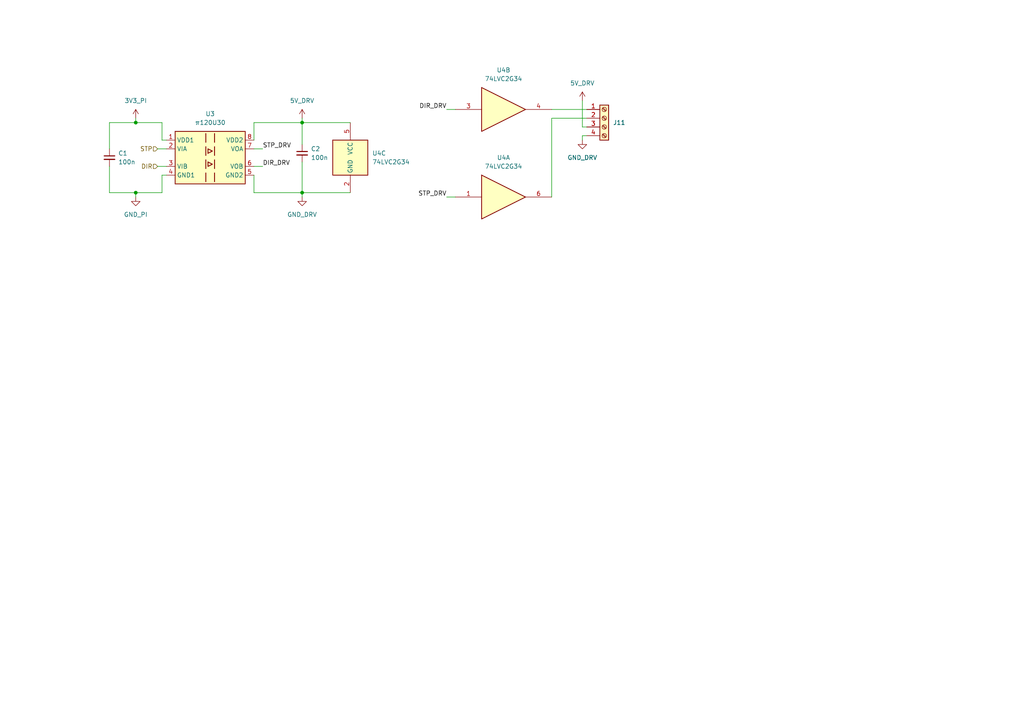
<source format=kicad_sch>
(kicad_sch (version 20230121) (generator eeschema)

  (uuid 4cf84722-b373-4d38-91a1-2eb3ce886a92)

  (paper "A4")

  (lib_symbols
    (symbol "74xGxx:74LVC2G34" (in_bom yes) (on_board yes)
      (property "Reference" "U" (at 0 7.62 0)
        (effects (font (size 1.27 1.27)))
      )
      (property "Value" "74LVC2G34" (at 2.54 -7.62 0)
        (effects (font (size 1.27 1.27)))
      )
      (property "Footprint" "" (at 0 0 0)
        (effects (font (size 1.27 1.27)) hide)
      )
      (property "Datasheet" "http://www.ti.com/lit/sg/scyt129e/scyt129e.pdf" (at 0 0 0)
        (effects (font (size 1.27 1.27)) hide)
      )
      (property "ki_keywords" "Dual Buffer LVC CMOS" (at 0 0 0)
        (effects (font (size 1.27 1.27)) hide)
      )
      (property "ki_description" "Dual Buffer, Low-Voltage CMOS" (at 0 0 0)
        (effects (font (size 1.27 1.27)) hide)
      )
      (property "ki_fp_filters" "SG-* SOT*" (at 0 0 0)
        (effects (font (size 1.27 1.27)) hide)
      )
      (symbol "74LVC2G34_1_1"
        (polyline
          (pts
            (xy -7.62 6.35)
            (xy -7.62 -6.35)
            (xy 5.08 0)
            (xy -7.62 6.35)
          )
          (stroke (width 0.254) (type default))
          (fill (type background))
        )
        (pin input line (at -15.24 0 0) (length 7.62)
          (name "~" (effects (font (size 1.27 1.27))))
          (number "1" (effects (font (size 1.27 1.27))))
        )
        (pin output line (at 12.7 0 180) (length 7.62)
          (name "~" (effects (font (size 1.27 1.27))))
          (number "6" (effects (font (size 1.27 1.27))))
        )
      )
      (symbol "74LVC2G34_2_1"
        (polyline
          (pts
            (xy -7.62 6.35)
            (xy -7.62 -6.35)
            (xy 5.08 0)
            (xy -7.62 6.35)
          )
          (stroke (width 0.254) (type default))
          (fill (type background))
        )
        (pin input line (at -15.24 0 0) (length 7.62)
          (name "~" (effects (font (size 1.27 1.27))))
          (number "3" (effects (font (size 1.27 1.27))))
        )
        (pin output line (at 12.7 0 180) (length 7.62)
          (name "~" (effects (font (size 1.27 1.27))))
          (number "4" (effects (font (size 1.27 1.27))))
        )
      )
      (symbol "74LVC2G34_3_0"
        (rectangle (start -5.08 -5.08) (end 5.08 5.08)
          (stroke (width 0.254) (type default))
          (fill (type background))
        )
      )
      (symbol "74LVC2G34_3_1"
        (pin power_in line (at 0 -10.16 90) (length 5.08)
          (name "GND" (effects (font (size 1.27 1.27))))
          (number "2" (effects (font (size 1.27 1.27))))
        )
        (pin power_in line (at 0 10.16 270) (length 5.08)
          (name "VCC" (effects (font (size 1.27 1.27))))
          (number "5" (effects (font (size 1.27 1.27))))
        )
      )
    )
    (symbol "Connector:Screw_Terminal_01x04" (pin_names (offset 1.016) hide) (in_bom yes) (on_board yes)
      (property "Reference" "J" (at 0 5.08 0)
        (effects (font (size 1.27 1.27)))
      )
      (property "Value" "Screw_Terminal_01x04" (at 0 -7.62 0)
        (effects (font (size 1.27 1.27)))
      )
      (property "Footprint" "" (at 0 0 0)
        (effects (font (size 1.27 1.27)) hide)
      )
      (property "Datasheet" "~" (at 0 0 0)
        (effects (font (size 1.27 1.27)) hide)
      )
      (property "ki_keywords" "screw terminal" (at 0 0 0)
        (effects (font (size 1.27 1.27)) hide)
      )
      (property "ki_description" "Generic screw terminal, single row, 01x04, script generated (kicad-library-utils/schlib/autogen/connector/)" (at 0 0 0)
        (effects (font (size 1.27 1.27)) hide)
      )
      (property "ki_fp_filters" "TerminalBlock*:*" (at 0 0 0)
        (effects (font (size 1.27 1.27)) hide)
      )
      (symbol "Screw_Terminal_01x04_1_1"
        (rectangle (start -1.27 3.81) (end 1.27 -6.35)
          (stroke (width 0.254) (type default))
          (fill (type background))
        )
        (circle (center 0 -5.08) (radius 0.635)
          (stroke (width 0.1524) (type default))
          (fill (type none))
        )
        (circle (center 0 -2.54) (radius 0.635)
          (stroke (width 0.1524) (type default))
          (fill (type none))
        )
        (polyline
          (pts
            (xy -0.5334 -4.7498)
            (xy 0.3302 -5.588)
          )
          (stroke (width 0.1524) (type default))
          (fill (type none))
        )
        (polyline
          (pts
            (xy -0.5334 -2.2098)
            (xy 0.3302 -3.048)
          )
          (stroke (width 0.1524) (type default))
          (fill (type none))
        )
        (polyline
          (pts
            (xy -0.5334 0.3302)
            (xy 0.3302 -0.508)
          )
          (stroke (width 0.1524) (type default))
          (fill (type none))
        )
        (polyline
          (pts
            (xy -0.5334 2.8702)
            (xy 0.3302 2.032)
          )
          (stroke (width 0.1524) (type default))
          (fill (type none))
        )
        (polyline
          (pts
            (xy -0.3556 -4.572)
            (xy 0.508 -5.4102)
          )
          (stroke (width 0.1524) (type default))
          (fill (type none))
        )
        (polyline
          (pts
            (xy -0.3556 -2.032)
            (xy 0.508 -2.8702)
          )
          (stroke (width 0.1524) (type default))
          (fill (type none))
        )
        (polyline
          (pts
            (xy -0.3556 0.508)
            (xy 0.508 -0.3302)
          )
          (stroke (width 0.1524) (type default))
          (fill (type none))
        )
        (polyline
          (pts
            (xy -0.3556 3.048)
            (xy 0.508 2.2098)
          )
          (stroke (width 0.1524) (type default))
          (fill (type none))
        )
        (circle (center 0 0) (radius 0.635)
          (stroke (width 0.1524) (type default))
          (fill (type none))
        )
        (circle (center 0 2.54) (radius 0.635)
          (stroke (width 0.1524) (type default))
          (fill (type none))
        )
        (pin passive line (at -5.08 2.54 0) (length 3.81)
          (name "Pin_1" (effects (font (size 1.27 1.27))))
          (number "1" (effects (font (size 1.27 1.27))))
        )
        (pin passive line (at -5.08 0 0) (length 3.81)
          (name "Pin_2" (effects (font (size 1.27 1.27))))
          (number "2" (effects (font (size 1.27 1.27))))
        )
        (pin passive line (at -5.08 -2.54 0) (length 3.81)
          (name "Pin_3" (effects (font (size 1.27 1.27))))
          (number "3" (effects (font (size 1.27 1.27))))
        )
        (pin passive line (at -5.08 -5.08 0) (length 3.81)
          (name "Pin_4" (effects (font (size 1.27 1.27))))
          (number "4" (effects (font (size 1.27 1.27))))
        )
      )
    )
    (symbol "Device:C_Small" (pin_numbers hide) (pin_names (offset 0.254) hide) (in_bom yes) (on_board yes)
      (property "Reference" "C" (at 0.254 1.778 0)
        (effects (font (size 1.27 1.27)) (justify left))
      )
      (property "Value" "C_Small" (at 0.254 -2.032 0)
        (effects (font (size 1.27 1.27)) (justify left))
      )
      (property "Footprint" "" (at 0 0 0)
        (effects (font (size 1.27 1.27)) hide)
      )
      (property "Datasheet" "~" (at 0 0 0)
        (effects (font (size 1.27 1.27)) hide)
      )
      (property "ki_keywords" "capacitor cap" (at 0 0 0)
        (effects (font (size 1.27 1.27)) hide)
      )
      (property "ki_description" "Unpolarized capacitor, small symbol" (at 0 0 0)
        (effects (font (size 1.27 1.27)) hide)
      )
      (property "ki_fp_filters" "C_*" (at 0 0 0)
        (effects (font (size 1.27 1.27)) hide)
      )
      (symbol "C_Small_0_1"
        (polyline
          (pts
            (xy -1.524 -0.508)
            (xy 1.524 -0.508)
          )
          (stroke (width 0.3302) (type default))
          (fill (type none))
        )
        (polyline
          (pts
            (xy -1.524 0.508)
            (xy 1.524 0.508)
          )
          (stroke (width 0.3048) (type default))
          (fill (type none))
        )
      )
      (symbol "C_Small_1_1"
        (pin passive line (at 0 2.54 270) (length 2.032)
          (name "~" (effects (font (size 1.27 1.27))))
          (number "1" (effects (font (size 1.27 1.27))))
        )
        (pin passive line (at 0 -2.54 90) (length 2.032)
          (name "~" (effects (font (size 1.27 1.27))))
          (number "2" (effects (font (size 1.27 1.27))))
        )
      )
    )
    (symbol "GND_2" (power) (pin_names (offset 0)) (in_bom yes) (on_board yes)
      (property "Reference" "#GND_PI0101" (at 0 -6.35 0)
        (effects (font (size 1.27 1.27)) hide)
      )
      (property "Value" "GND_2" (at 0 -5.08 0)
        (effects (font (size 1.27 1.27)))
      )
      (property "Footprint" "" (at 0 0 0)
        (effects (font (size 1.27 1.27)) hide)
      )
      (property "Datasheet" "" (at 0 0 0)
        (effects (font (size 1.27 1.27)) hide)
      )
      (property "ki_keywords" "global power" (at 0 0 0)
        (effects (font (size 1.27 1.27)) hide)
      )
      (property "ki_description" "Power symbol creates a global label with name \"GND\" , ground" (at 0 0 0)
        (effects (font (size 1.27 1.27)) hide)
      )
      (symbol "GND_2_0_1"
        (polyline
          (pts
            (xy 0 0)
            (xy 0 -1.27)
            (xy 1.27 -1.27)
            (xy 0 -2.54)
            (xy -1.27 -1.27)
            (xy 0 -1.27)
          )
          (stroke (width 0) (type default))
          (fill (type none))
        )
      )
      (symbol "GND_2_1_1"
        (pin power_in line (at 0 0 270) (length 0) hide
          (name "GND_PI" (effects (font (size 1.27 1.27))))
          (number "1" (effects (font (size 1.27 1.27))))
        )
      )
    )
    (symbol "GND_3" (power) (pin_names (offset 0)) (in_bom yes) (on_board yes)
      (property "Reference" "GND_DRV" (at 0 -6.35 0)
        (effects (font (size 1.27 1.27)) hide)
      )
      (property "Value" "GND_DRV" (at 0 -5.08 0)
        (effects (font (size 1.27 1.27)))
      )
      (property "Footprint" "" (at 0 0 0)
        (effects (font (size 1.27 1.27)) hide)
      )
      (property "Datasheet" "" (at 0 0 0)
        (effects (font (size 1.27 1.27)) hide)
      )
      (property "ki_keywords" "global power" (at 0 0 0)
        (effects (font (size 1.27 1.27)) hide)
      )
      (property "ki_description" "Power symbol creates a global label with name \"GND\" , ground" (at 0 0 0)
        (effects (font (size 1.27 1.27)) hide)
      )
      (symbol "GND_3_0_1"
        (polyline
          (pts
            (xy 0 0)
            (xy 0 -1.27)
            (xy 1.27 -1.27)
            (xy 0 -2.54)
            (xy -1.27 -1.27)
            (xy 0 -1.27)
          )
          (stroke (width 0) (type default))
          (fill (type none))
        )
      )
      (symbol "GND_3_1_1"
        (pin power_in line (at 0 0 270) (length 0) hide
          (name "GND_DRV" (effects (font (size 1.27 1.27))))
          (number "1" (effects (font (size 1.27 1.27))))
        )
      )
    )
    (symbol "Isolator:π120U30" (in_bom yes) (on_board yes)
      (property "Reference" "U" (at -10.16 8.89 0)
        (effects (font (size 1.27 1.27)) (justify left))
      )
      (property "Value" "π120U30" (at -2.032 8.89 0)
        (effects (font (size 1.27 1.27)) (justify left))
      )
      (property "Footprint" "Package_SO:SOIC-8_3.9x4.9mm_P1.27mm" (at 0 -10.16 0)
        (effects (font (size 1.27 1.27) italic) hide)
      )
      (property "Datasheet" "http://www.rpsemi.com/public/doc/2Pai_%CF%8012xUxx_20200416_EN.pdf" (at -11.43 10.16 0)
        (effects (font (size 1.27 1.27)) hide)
      )
      (property "ki_keywords" "Dual-channel digital isolator pi120U30" (at 0 0 0)
        (effects (font (size 1.27 1.27)) hide)
      )
      (property "ki_description" "Dual-channel digital isolator, 3V/5V level translation, Safe LOW, SOIC-8" (at 0 0 0)
        (effects (font (size 1.27 1.27)) hide)
      )
      (property "ki_fp_filters" "SOIC*3.9x4.9mm*P1.27mm*" (at 0 0 0)
        (effects (font (size 1.27 1.27)) hide)
      )
      (symbol "π120U30_0_1"
        (rectangle (start -10.16 7.62) (end 10.16 -7.62)
          (stroke (width 0.254) (type default))
          (fill (type background))
        )
        (polyline
          (pts
            (xy -1.27 -4.445)
            (xy -1.27 -6.985)
          )
          (stroke (width 0.254) (type default))
          (fill (type none))
        )
        (polyline
          (pts
            (xy -1.27 -0.635)
            (xy -1.27 -3.175)
          )
          (stroke (width 0.254) (type default))
          (fill (type none))
        )
        (polyline
          (pts
            (xy -1.27 3.175)
            (xy -1.27 0.635)
          )
          (stroke (width 0.254) (type default))
          (fill (type none))
        )
        (polyline
          (pts
            (xy -1.27 6.985)
            (xy -1.27 4.445)
          )
          (stroke (width 0.254) (type default))
          (fill (type none))
        )
        (polyline
          (pts
            (xy 1.27 -4.445)
            (xy 1.27 -6.985)
          )
          (stroke (width 0.254) (type default))
          (fill (type none))
        )
        (polyline
          (pts
            (xy 1.27 -0.635)
            (xy 1.27 -3.175)
          )
          (stroke (width 0.254) (type default))
          (fill (type none))
        )
        (polyline
          (pts
            (xy 1.27 3.175)
            (xy 1.27 0.635)
          )
          (stroke (width 0.254) (type default))
          (fill (type none))
        )
        (polyline
          (pts
            (xy 1.27 6.985)
            (xy 1.27 4.445)
          )
          (stroke (width 0.254) (type default))
          (fill (type none))
        )
        (polyline
          (pts
            (xy -0.635 -1.27)
            (xy -0.635 -2.54)
            (xy 0.635 -1.905)
            (xy -0.635 -1.27)
          )
          (stroke (width 0.254) (type default))
          (fill (type none))
        )
        (polyline
          (pts
            (xy -0.635 1.27)
            (xy 0.635 1.905)
            (xy -0.635 2.54)
            (xy -0.635 1.27)
          )
          (stroke (width 0.254) (type default))
          (fill (type none))
        )
      )
      (symbol "π120U30_1_1"
        (pin power_in line (at -12.7 5.08 0) (length 2.54)
          (name "VDD1" (effects (font (size 1.27 1.27))))
          (number "1" (effects (font (size 1.27 1.27))))
        )
        (pin input line (at -12.7 2.54 0) (length 2.54)
          (name "VIA" (effects (font (size 1.27 1.27))))
          (number "2" (effects (font (size 1.27 1.27))))
        )
        (pin input line (at -12.7 -2.54 0) (length 2.54)
          (name "VIB" (effects (font (size 1.27 1.27))))
          (number "3" (effects (font (size 1.27 1.27))))
        )
        (pin power_in line (at -12.7 -5.08 0) (length 2.54)
          (name "GND1" (effects (font (size 1.27 1.27))))
          (number "4" (effects (font (size 1.27 1.27))))
        )
        (pin power_in line (at 12.7 -5.08 180) (length 2.54)
          (name "GND2" (effects (font (size 1.27 1.27))))
          (number "5" (effects (font (size 1.27 1.27))))
        )
        (pin output line (at 12.7 -2.54 180) (length 2.54)
          (name "VOB" (effects (font (size 1.27 1.27))))
          (number "6" (effects (font (size 1.27 1.27))))
        )
        (pin output line (at 12.7 2.54 180) (length 2.54)
          (name "VOA" (effects (font (size 1.27 1.27))))
          (number "7" (effects (font (size 1.27 1.27))))
        )
        (pin power_in line (at 12.7 5.08 180) (length 2.54)
          (name "VDD2" (effects (font (size 1.27 1.27))))
          (number "8" (effects (font (size 1.27 1.27))))
        )
      )
    )
    (symbol "VDD_1" (power) (pin_names (offset 0)) (in_bom yes) (on_board yes)
      (property "Reference" "5V_DRV" (at 0 -3.81 0)
        (effects (font (size 1.27 1.27)) hide)
      )
      (property "Value" "5V_DRV" (at 0 5.08 0)
        (effects (font (size 1.27 1.27)))
      )
      (property "Footprint" "" (at 0 0 0)
        (effects (font (size 1.27 1.27)) hide)
      )
      (property "Datasheet" "" (at 0 0 0)
        (effects (font (size 1.27 1.27)) hide)
      )
      (property "ki_keywords" "global power" (at 0 0 0)
        (effects (font (size 1.27 1.27)) hide)
      )
      (property "ki_description" "Power symbol creates a global label with name \"VDD\"" (at 0 0 0)
        (effects (font (size 1.27 1.27)) hide)
      )
      (symbol "VDD_1_0_1"
        (polyline
          (pts
            (xy -0.762 1.27)
            (xy 0 2.54)
          )
          (stroke (width 0) (type default))
          (fill (type none))
        )
        (polyline
          (pts
            (xy 0 0)
            (xy 0 2.54)
          )
          (stroke (width 0) (type default))
          (fill (type none))
        )
        (polyline
          (pts
            (xy 0 2.54)
            (xy 0.762 1.27)
          )
          (stroke (width 0) (type default))
          (fill (type none))
        )
      )
      (symbol "VDD_1_1_1"
        (pin power_in line (at 0 0 90) (length 0) hide
          (name "5V_DRV" (effects (font (size 1.27 1.27))))
          (number "1" (effects (font (size 1.27 1.27))))
        )
      )
    )
    (symbol "VDD_2" (power) (pin_names (offset 0)) (in_bom yes) (on_board yes)
      (property "Reference" "#3V3_PI0101" (at 0 3.81 0)
        (effects (font (size 1.27 1.27)) hide)
      )
      (property "Value" "VDD_2" (at 0 5.08 0)
        (effects (font (size 1.27 1.27)))
      )
      (property "Footprint" "" (at 0 0 0)
        (effects (font (size 1.27 1.27)) hide)
      )
      (property "Datasheet" "" (at 0 0 0)
        (effects (font (size 1.27 1.27)) hide)
      )
      (property "ki_keywords" "global power" (at 0 0 0)
        (effects (font (size 1.27 1.27)) hide)
      )
      (property "ki_description" "Power symbol creates a global label with name \"VDD\"" (at 0 0 0)
        (effects (font (size 1.27 1.27)) hide)
      )
      (symbol "VDD_2_0_1"
        (polyline
          (pts
            (xy -0.762 1.27)
            (xy 0 2.54)
          )
          (stroke (width 0) (type default))
          (fill (type none))
        )
        (polyline
          (pts
            (xy 0 0)
            (xy 0 2.54)
          )
          (stroke (width 0) (type default))
          (fill (type none))
        )
        (polyline
          (pts
            (xy 0 2.54)
            (xy 0.762 1.27)
          )
          (stroke (width 0) (type default))
          (fill (type none))
        )
      )
      (symbol "VDD_2_1_1"
        (pin power_in line (at 0 0 90) (length 0) hide
          (name "3V3_PI" (effects (font (size 1.27 1.27))))
          (number "1" (effects (font (size 1.27 1.27))))
        )
      )
    )
  )

  (junction (at 87.63 55.88) (diameter 0) (color 0 0 0 0)
    (uuid 08067e0c-e9a5-4a86-a47f-c696d62999b8)
  )
  (junction (at 39.37 35.56) (diameter 0) (color 0 0 0 0)
    (uuid 4f485bae-7bd4-4a83-b6d1-1a50ecf6887e)
  )
  (junction (at 87.63 35.56) (diameter 0) (color 0 0 0 0)
    (uuid 7605615d-9f66-483e-9f0a-52ff583d6bf1)
  )
  (junction (at 39.37 55.88) (diameter 0) (color 0 0 0 0)
    (uuid 8d01601d-bf61-4a1e-88f7-4e9767e9df6a)
  )

  (wire (pts (xy 73.66 35.56) (xy 87.63 35.56))
    (stroke (width 0) (type default))
    (uuid 0dcef1a4-083f-4121-847a-76d680b1e1c3)
  )
  (wire (pts (xy 39.37 35.56) (xy 46.99 35.56))
    (stroke (width 0) (type default))
    (uuid 121af96c-1654-4206-a81a-2b8a0e49b9e6)
  )
  (wire (pts (xy 87.63 35.56) (xy 101.6 35.56))
    (stroke (width 0) (type default))
    (uuid 1327ad11-d669-499b-9e62-dde4d11aa84e)
  )
  (wire (pts (xy 39.37 55.88) (xy 31.75 55.88))
    (stroke (width 0) (type default))
    (uuid 1b6daaa4-be8c-4b16-96ee-c91a6a950803)
  )
  (wire (pts (xy 168.91 39.37) (xy 170.18 39.37))
    (stroke (width 0) (type default))
    (uuid 1cbb6962-d449-40d4-bf0d-231b9e859e79)
  )
  (wire (pts (xy 39.37 55.88) (xy 39.37 57.15))
    (stroke (width 0) (type default))
    (uuid 26425a01-d4cc-4dfd-ac80-b556530323e6)
  )
  (wire (pts (xy 87.63 34.29) (xy 87.63 35.56))
    (stroke (width 0) (type default))
    (uuid 2670238a-88cc-413c-8307-4b987301e86f)
  )
  (wire (pts (xy 168.91 40.64) (xy 168.91 39.37))
    (stroke (width 0) (type default))
    (uuid 2b16b492-b9b7-4924-9f54-cab64537236c)
  )
  (wire (pts (xy 160.02 34.29) (xy 170.18 34.29))
    (stroke (width 0) (type default))
    (uuid 40cdfd51-ea7f-4c72-99d5-da0e0177eb23)
  )
  (wire (pts (xy 168.91 29.21) (xy 168.91 36.83))
    (stroke (width 0) (type default))
    (uuid 4f5779db-10f9-4290-b2ef-27a8f511a768)
  )
  (wire (pts (xy 160.02 34.29) (xy 160.02 57.15))
    (stroke (width 0) (type default))
    (uuid 55db81d3-4974-4466-b238-e841fa6f7f2b)
  )
  (wire (pts (xy 170.18 36.83) (xy 168.91 36.83))
    (stroke (width 0) (type default))
    (uuid 575449f0-8c17-42a2-a836-e177a0106bd1)
  )
  (wire (pts (xy 45.72 48.26) (xy 48.26 48.26))
    (stroke (width 0) (type default))
    (uuid 6518fb73-3898-4089-b393-54c94ccc478a)
  )
  (wire (pts (xy 73.66 48.26) (xy 76.2 48.26))
    (stroke (width 0) (type default))
    (uuid 672a668a-7e92-447e-82f5-fc15c545ca59)
  )
  (wire (pts (xy 39.37 34.29) (xy 39.37 35.56))
    (stroke (width 0) (type default))
    (uuid 71655473-70b3-4489-b5ce-e5f6f4f4e5da)
  )
  (wire (pts (xy 39.37 55.88) (xy 46.99 55.88))
    (stroke (width 0) (type default))
    (uuid 781cd720-e8d8-450e-879c-978afe090414)
  )
  (wire (pts (xy 46.99 50.8) (xy 46.99 55.88))
    (stroke (width 0) (type default))
    (uuid 924d20c8-b542-421c-af28-405607ede893)
  )
  (wire (pts (xy 31.75 35.56) (xy 31.75 43.18))
    (stroke (width 0) (type default))
    (uuid 997deada-18a9-415b-b692-79b94fe34513)
  )
  (wire (pts (xy 48.26 50.8) (xy 46.99 50.8))
    (stroke (width 0) (type default))
    (uuid a4922fff-a579-4c9f-88a8-515799f0be4d)
  )
  (wire (pts (xy 129.54 31.75) (xy 132.08 31.75))
    (stroke (width 0) (type default))
    (uuid a6320adf-cfc8-4a4d-961b-2d2bb88ad062)
  )
  (wire (pts (xy 46.99 35.56) (xy 46.99 40.64))
    (stroke (width 0) (type default))
    (uuid a9f2fd87-e35e-4f8f-abeb-dafd2a935735)
  )
  (wire (pts (xy 31.75 48.26) (xy 31.75 55.88))
    (stroke (width 0) (type default))
    (uuid ab02285f-9cd9-45fd-93d8-43a0e00f6d9e)
  )
  (wire (pts (xy 31.75 35.56) (xy 39.37 35.56))
    (stroke (width 0) (type default))
    (uuid ac783280-a3c3-4b72-a7ba-948e5ba1f429)
  )
  (wire (pts (xy 101.6 55.88) (xy 87.63 55.88))
    (stroke (width 0) (type default))
    (uuid ae3f4967-bfbc-4cde-9c64-28df1a33df4f)
  )
  (wire (pts (xy 87.63 46.99) (xy 87.63 55.88))
    (stroke (width 0) (type default))
    (uuid af76b004-6652-4262-9d3b-db873825323a)
  )
  (wire (pts (xy 45.72 43.18) (xy 48.26 43.18))
    (stroke (width 0) (type default))
    (uuid b1966218-8b05-4643-9426-850f296ab5eb)
  )
  (wire (pts (xy 129.54 57.15) (xy 132.08 57.15))
    (stroke (width 0) (type default))
    (uuid bc0bb554-eacc-4ef0-b2b9-9807dce817c2)
  )
  (wire (pts (xy 73.66 43.18) (xy 76.2 43.18))
    (stroke (width 0) (type default))
    (uuid c1d042c2-c2f9-4a48-8d78-8c65925623ce)
  )
  (wire (pts (xy 73.66 40.64) (xy 73.66 35.56))
    (stroke (width 0) (type default))
    (uuid c23ebcf4-133d-4418-9887-6391c3bd4137)
  )
  (wire (pts (xy 160.02 31.75) (xy 170.18 31.75))
    (stroke (width 0) (type default))
    (uuid dd169343-0692-4a5a-bcd7-7325855e5752)
  )
  (wire (pts (xy 73.66 55.88) (xy 73.66 50.8))
    (stroke (width 0) (type default))
    (uuid dd184fe6-befb-43df-86b3-3c939bfde6fb)
  )
  (wire (pts (xy 87.63 35.56) (xy 87.63 41.91))
    (stroke (width 0) (type default))
    (uuid e516fdfc-f48c-4f0d-af4f-897d4bd803eb)
  )
  (wire (pts (xy 73.66 55.88) (xy 87.63 55.88))
    (stroke (width 0) (type default))
    (uuid e6633435-d632-4658-af97-a1cbc24225a3)
  )
  (wire (pts (xy 48.26 40.64) (xy 46.99 40.64))
    (stroke (width 0) (type default))
    (uuid e7820186-b05d-4a58-b091-a89d01660206)
  )
  (wire (pts (xy 87.63 57.15) (xy 87.63 55.88))
    (stroke (width 0) (type default))
    (uuid e8e347f5-3b63-4e1d-984c-d8c74f9707b4)
  )

  (label "DIR_DRV" (at 76.2 48.26 0) (fields_autoplaced)
    (effects (font (size 1.27 1.27)) (justify left bottom))
    (uuid 24c44afe-ee4a-4eef-a90f-a7e6a3c45fe3)
  )
  (label "DIR_DRV" (at 129.54 31.75 180) (fields_autoplaced)
    (effects (font (size 1.27 1.27)) (justify right bottom))
    (uuid 458e8471-6aef-46b6-ae2e-5736782b8cd7)
  )
  (label "STP_DRV" (at 76.2 43.18 0) (fields_autoplaced)
    (effects (font (size 1.27 1.27)) (justify left bottom))
    (uuid 7866fd81-f22d-4e97-8bde-139af9b3336f)
  )
  (label "STP_DRV" (at 129.54 57.15 180) (fields_autoplaced)
    (effects (font (size 1.27 1.27)) (justify right bottom))
    (uuid fe9f4c90-f471-4113-8ed2-2084b7b0cae5)
  )

  (hierarchical_label "STP" (shape input) (at 45.72 43.18 180) (fields_autoplaced)
    (effects (font (size 1.27 1.27)) (justify right))
    (uuid 084d6c42-7f2c-4376-9be9-9947bcc1df88)
  )
  (hierarchical_label "DIR" (shape input) (at 45.72 48.26 180) (fields_autoplaced)
    (effects (font (size 1.27 1.27)) (justify right))
    (uuid 9c40958b-2f23-49a6-9427-10bdbb43cfb1)
  )

  (symbol (lib_id "74xGxx:74LVC2G34") (at 147.32 57.15 0) (unit 1)
    (in_bom yes) (on_board yes) (dnp no) (fields_autoplaced)
    (uuid 2050d4bf-b60c-4fb5-8c7e-13de486c350a)
    (property "Reference" "U4" (at 146.05 45.72 0)
      (effects (font (size 1.27 1.27)))
    )
    (property "Value" "74LVC2G34" (at 146.05 48.26 0)
      (effects (font (size 1.27 1.27)))
    )
    (property "Footprint" "Package_TO_SOT_SMD:SOT-23-6_Handsoldering" (at 147.32 57.15 0)
      (effects (font (size 1.27 1.27)) hide)
    )
    (property "Datasheet" "http://www.ti.com/lit/sg/scyt129e/scyt129e.pdf" (at 147.32 57.15 0)
      (effects (font (size 1.27 1.27)) hide)
    )
    (pin "2" (uuid e0feb562-1f07-4a69-afd9-3c278c44f7ee))
    (pin "4" (uuid ca738f70-f561-4df5-b1f2-51072331127b))
    (pin "1" (uuid a95ae4bc-392c-4f0f-9c31-b0d41500feb2))
    (pin "5" (uuid c79567ef-acad-4211-b82d-b3a8c310a8b1))
    (pin "6" (uuid f55de25b-4dd3-4f48-b780-25a8d0caeb0c))
    (pin "3" (uuid 38587551-34db-4ff6-a7f7-9170d5f34288))
    (instances
      (project "rpi5-cnc-hat"
        (path "/0e41da92-7fec-467a-a29c-c48f1021375c/e61cd852-c059-48b8-a858-8d77588746c0"
          (reference "U4") (unit 1)
        )
        (path "/0e41da92-7fec-467a-a29c-c48f1021375c/e0df29db-f33c-4da2-aae2-87dfe3172569"
          (reference "U6") (unit 1)
        )
        (path "/0e41da92-7fec-467a-a29c-c48f1021375c/6e95fd5d-2102-4f48-9132-645764f88a2b"
          (reference "U8") (unit 1)
        )
        (path "/0e41da92-7fec-467a-a29c-c48f1021375c/a23cfee4-ce90-4768-803b-dcdbd8b24c56"
          (reference "U10") (unit 1)
        )
        (path "/0e41da92-7fec-467a-a29c-c48f1021375c/4142abc7-6bc3-44ba-a23f-cd1c885ba64a"
          (reference "U12") (unit 1)
        )
      )
    )
  )

  (symbol (lib_id "Device:C_Small") (at 31.75 45.72 0) (unit 1)
    (in_bom yes) (on_board yes) (dnp no) (fields_autoplaced)
    (uuid 246660dd-ba42-42cd-92d3-f97009a87079)
    (property "Reference" "C1" (at 34.29 44.4563 0)
      (effects (font (size 1.27 1.27)) (justify left))
    )
    (property "Value" "100n" (at 34.29 46.9963 0)
      (effects (font (size 1.27 1.27)) (justify left))
    )
    (property "Footprint" "Capacitor_SMD:C_0805_2012Metric_Pad1.18x1.45mm_HandSolder" (at 31.75 45.72 0)
      (effects (font (size 1.27 1.27)) hide)
    )
    (property "Datasheet" "~" (at 31.75 45.72 0)
      (effects (font (size 1.27 1.27)) hide)
    )
    (pin "1" (uuid 9d16b2f7-2f98-4d06-93c7-6fe4f2a64f2d))
    (pin "2" (uuid 99e085ca-81b8-498a-acca-1d1f23129b66))
    (instances
      (project "rpi5-cnc-hat"
        (path "/0e41da92-7fec-467a-a29c-c48f1021375c/e61cd852-c059-48b8-a858-8d77588746c0"
          (reference "C1") (unit 1)
        )
        (path "/0e41da92-7fec-467a-a29c-c48f1021375c/6e95fd5d-2102-4f48-9132-645764f88a2b"
          (reference "C5") (unit 1)
        )
        (path "/0e41da92-7fec-467a-a29c-c48f1021375c/4142abc7-6bc3-44ba-a23f-cd1c885ba64a"
          (reference "C9") (unit 1)
        )
        (path "/0e41da92-7fec-467a-a29c-c48f1021375c/e0df29db-f33c-4da2-aae2-87dfe3172569"
          (reference "C3") (unit 1)
        )
        (path "/0e41da92-7fec-467a-a29c-c48f1021375c/a23cfee4-ce90-4768-803b-dcdbd8b24c56"
          (reference "C7") (unit 1)
        )
      )
    )
  )

  (symbol (lib_id "Connector:Screw_Terminal_01x04") (at 175.26 34.29 0) (unit 1)
    (in_bom yes) (on_board yes) (dnp no) (fields_autoplaced)
    (uuid 2d32afce-9f1a-41a2-9452-2a22ff576e4b)
    (property "Reference" "J11" (at 177.8 35.56 0)
      (effects (font (size 1.27 1.27)) (justify left))
    )
    (property "Value" "Screw_Terminal_01x04" (at 177.8 36.83 0)
      (effects (font (size 1.27 1.27)) (justify left) hide)
    )
    (property "Footprint" "TerminalBlock_Phoenix:TerminalBlock_Phoenix_PT-1,5-4-3.5-H_1x04_P3.50mm_Horizontal" (at 175.26 34.29 0)
      (effects (font (size 1.27 1.27)) hide)
    )
    (property "Datasheet" "~" (at 175.26 34.29 0)
      (effects (font (size 1.27 1.27)) hide)
    )
    (pin "1" (uuid 2daf67f6-4230-4207-b9e4-c4bf9bb56dab))
    (pin "4" (uuid 5ccbe304-ddb6-4286-bd17-2a08e29a1d66))
    (pin "2" (uuid 7795bd8d-6a32-4a60-a062-123aa432b61e))
    (pin "3" (uuid 2a8602b8-9f96-418f-acf2-be017cb394ca))
    (instances
      (project "rpi5-cnc-hat"
        (path "/0e41da92-7fec-467a-a29c-c48f1021375c/e61cd852-c059-48b8-a858-8d77588746c0"
          (reference "J11") (unit 1)
        )
        (path "/0e41da92-7fec-467a-a29c-c48f1021375c/6e95fd5d-2102-4f48-9132-645764f88a2b"
          (reference "J13") (unit 1)
        )
        (path "/0e41da92-7fec-467a-a29c-c48f1021375c/4142abc7-6bc3-44ba-a23f-cd1c885ba64a"
          (reference "J15") (unit 1)
        )
        (path "/0e41da92-7fec-467a-a29c-c48f1021375c/e0df29db-f33c-4da2-aae2-87dfe3172569"
          (reference "J12") (unit 1)
        )
        (path "/0e41da92-7fec-467a-a29c-c48f1021375c/a23cfee4-ce90-4768-803b-dcdbd8b24c56"
          (reference "J14") (unit 1)
        )
      )
    )
  )

  (symbol (lib_name "VDD_1") (lib_id "power:VDD") (at 168.91 29.21 0) (unit 1)
    (in_bom yes) (on_board yes) (dnp no) (fields_autoplaced)
    (uuid 36a6381c-f5cc-4da9-a8da-188630ca0892)
    (property "Reference" "#5V_DRV03" (at 168.91 33.02 0)
      (effects (font (size 1.27 1.27)) hide)
    )
    (property "Value" "5V_DRV" (at 168.91 24.13 0)
      (effects (font (size 1.27 1.27)))
    )
    (property "Footprint" "" (at 168.91 29.21 0)
      (effects (font (size 1.27 1.27)) hide)
    )
    (property "Datasheet" "" (at 168.91 29.21 0)
      (effects (font (size 1.27 1.27)) hide)
    )
    (pin "1" (uuid bf241fd5-916b-471d-b372-33699620cee2))
    (instances
      (project "rpi5-cnc-hat"
        (path "/0e41da92-7fec-467a-a29c-c48f1021375c/e61cd852-c059-48b8-a858-8d77588746c0"
          (reference "#5V_DRV03") (unit 1)
        )
        (path "/0e41da92-7fec-467a-a29c-c48f1021375c/e0df29db-f33c-4da2-aae2-87dfe3172569"
          (reference "#5V_DRV04") (unit 1)
        )
        (path "/0e41da92-7fec-467a-a29c-c48f1021375c/6e95fd5d-2102-4f48-9132-645764f88a2b"
          (reference "#5V_DRV05") (unit 1)
        )
        (path "/0e41da92-7fec-467a-a29c-c48f1021375c/a23cfee4-ce90-4768-803b-dcdbd8b24c56"
          (reference "#5V_DRV06") (unit 1)
        )
        (path "/0e41da92-7fec-467a-a29c-c48f1021375c/4142abc7-6bc3-44ba-a23f-cd1c885ba64a"
          (reference "#5V_DRV07") (unit 1)
        )
      )
    )
  )

  (symbol (lib_id "Isolator:π120U30") (at 60.96 45.72 0) (unit 1)
    (in_bom yes) (on_board yes) (dnp no)
    (uuid 97f4235c-892a-4e51-9581-535a86df0fde)
    (property "Reference" "U3" (at 60.96 33.02 0)
      (effects (font (size 1.27 1.27)))
    )
    (property "Value" "π120U30" (at 60.96 35.56 0)
      (effects (font (size 1.27 1.27)))
    )
    (property "Footprint" "Package_SO:SOIC-8_3.9x4.9mm_P1.27mm" (at 60.96 55.88 0)
      (effects (font (size 1.27 1.27) italic) hide)
    )
    (property "Datasheet" "http://www.rpsemi.com/public/doc/2Pai_%CF%8012xUxx_20200416_EN.pdf" (at 49.53 35.56 0)
      (effects (font (size 1.27 1.27)) hide)
    )
    (pin "3" (uuid 1c939c6f-6abb-4ad3-80eb-e36f431a131e))
    (pin "6" (uuid 838e1c13-d888-4ce9-846d-86171b202b19))
    (pin "7" (uuid a767b70a-4aa3-4da4-b018-c233c4b69190))
    (pin "1" (uuid 0913eb77-5a5e-4156-8985-23836e313cd1))
    (pin "8" (uuid c68ebebe-be30-4dbb-9e66-c31a3f8af6ad))
    (pin "4" (uuid bd225cc9-8788-411d-a7dc-29ff7b3798f3))
    (pin "2" (uuid 0fa134a7-165e-4ab6-a21e-31ece53a6356))
    (pin "5" (uuid 8d0417db-da15-45b9-a5d3-23fe4f8ae046))
    (instances
      (project "rpi5-cnc-hat"
        (path "/0e41da92-7fec-467a-a29c-c48f1021375c/e61cd852-c059-48b8-a858-8d77588746c0"
          (reference "U3") (unit 1)
        )
        (path "/0e41da92-7fec-467a-a29c-c48f1021375c/6e95fd5d-2102-4f48-9132-645764f88a2b"
          (reference "U7") (unit 1)
        )
        (path "/0e41da92-7fec-467a-a29c-c48f1021375c/4142abc7-6bc3-44ba-a23f-cd1c885ba64a"
          (reference "U11") (unit 1)
        )
        (path "/0e41da92-7fec-467a-a29c-c48f1021375c/e0df29db-f33c-4da2-aae2-87dfe3172569"
          (reference "U5") (unit 1)
        )
        (path "/0e41da92-7fec-467a-a29c-c48f1021375c/a23cfee4-ce90-4768-803b-dcdbd8b24c56"
          (reference "U9") (unit 1)
        )
      )
    )
  )

  (symbol (lib_name "GND_3") (lib_id "power:GND") (at 87.63 57.15 0) (unit 1)
    (in_bom yes) (on_board yes) (dnp no) (fields_autoplaced)
    (uuid a7cc3a5b-3dba-4fe8-936e-15bb8aa27bad)
    (property "Reference" "#GND_DRV02" (at 87.63 63.5 0)
      (effects (font (size 1.27 1.27)) hide)
    )
    (property "Value" "GND_DRV" (at 87.63 62.23 0)
      (effects (font (size 1.27 1.27)))
    )
    (property "Footprint" "" (at 87.63 57.15 0)
      (effects (font (size 1.27 1.27)) hide)
    )
    (property "Datasheet" "" (at 87.63 57.15 0)
      (effects (font (size 1.27 1.27)) hide)
    )
    (pin "1" (uuid 8ff4e935-d27c-4061-92a6-5e489880acd9))
    (instances
      (project "rpi5-cnc-hat"
        (path "/0e41da92-7fec-467a-a29c-c48f1021375c/e61cd852-c059-48b8-a858-8d77588746c0"
          (reference "#GND_DRV02") (unit 1)
        )
        (path "/0e41da92-7fec-467a-a29c-c48f1021375c/e0df29db-f33c-4da2-aae2-87dfe3172569"
          (reference "#GND_DRV04") (unit 1)
        )
        (path "/0e41da92-7fec-467a-a29c-c48f1021375c/6e95fd5d-2102-4f48-9132-645764f88a2b"
          (reference "#GND_DRV06") (unit 1)
        )
        (path "/0e41da92-7fec-467a-a29c-c48f1021375c/a23cfee4-ce90-4768-803b-dcdbd8b24c56"
          (reference "#GND_DRV08") (unit 1)
        )
        (path "/0e41da92-7fec-467a-a29c-c48f1021375c/4142abc7-6bc3-44ba-a23f-cd1c885ba64a"
          (reference "#GND_DRV010") (unit 1)
        )
      )
    )
  )

  (symbol (lib_name "VDD_1") (lib_id "power:VDD") (at 87.63 34.29 0) (unit 1)
    (in_bom yes) (on_board yes) (dnp no) (fields_autoplaced)
    (uuid d15051f8-4b4a-41eb-9187-dc3fb0fb7405)
    (property "Reference" "#5V_DRV02" (at 87.63 38.1 0)
      (effects (font (size 1.27 1.27)) hide)
    )
    (property "Value" "5V_DRV" (at 87.63 29.21 0)
      (effects (font (size 1.27 1.27)))
    )
    (property "Footprint" "" (at 87.63 34.29 0)
      (effects (font (size 1.27 1.27)) hide)
    )
    (property "Datasheet" "" (at 87.63 34.29 0)
      (effects (font (size 1.27 1.27)) hide)
    )
    (pin "1" (uuid 0276fc1b-1c0a-4aff-8e26-9effd33cdcfe))
    (instances
      (project "rpi5-cnc-hat"
        (path "/0e41da92-7fec-467a-a29c-c48f1021375c/e61cd852-c059-48b8-a858-8d77588746c0"
          (reference "#5V_DRV02") (unit 1)
        )
        (path "/0e41da92-7fec-467a-a29c-c48f1021375c/e0df29db-f33c-4da2-aae2-87dfe3172569"
          (reference "#5V_ISO03") (unit 1)
        )
        (path "/0e41da92-7fec-467a-a29c-c48f1021375c/6e95fd5d-2102-4f48-9132-645764f88a2b"
          (reference "#5V_ISO04") (unit 1)
        )
        (path "/0e41da92-7fec-467a-a29c-c48f1021375c/a23cfee4-ce90-4768-803b-dcdbd8b24c56"
          (reference "#5V_ISO05") (unit 1)
        )
        (path "/0e41da92-7fec-467a-a29c-c48f1021375c/4142abc7-6bc3-44ba-a23f-cd1c885ba64a"
          (reference "#5V_ISO06") (unit 1)
        )
      )
    )
  )

  (symbol (lib_id "74xGxx:74LVC2G34") (at 147.32 31.75 0) (unit 2)
    (in_bom yes) (on_board yes) (dnp no)
    (uuid d8c172bc-d6b3-4d31-ae5a-6fef95722f12)
    (property "Reference" "U4" (at 146.05 20.32 0)
      (effects (font (size 1.27 1.27)))
    )
    (property "Value" "74LVC2G34" (at 146.05 22.86 0)
      (effects (font (size 1.27 1.27)))
    )
    (property "Footprint" "Package_TO_SOT_SMD:SOT-23-6_Handsoldering" (at 147.32 31.75 0)
      (effects (font (size 1.27 1.27)) hide)
    )
    (property "Datasheet" "http://www.ti.com/lit/sg/scyt129e/scyt129e.pdf" (at 147.32 31.75 0)
      (effects (font (size 1.27 1.27)) hide)
    )
    (pin "2" (uuid e0feb562-1f07-4a69-afd9-3c278c44f7ef))
    (pin "4" (uuid ca738f70-f561-4df5-b1f2-51072331127c))
    (pin "1" (uuid a95ae4bc-392c-4f0f-9c31-b0d41500feb3))
    (pin "5" (uuid c79567ef-acad-4211-b82d-b3a8c310a8b2))
    (pin "6" (uuid f55de25b-4dd3-4f48-b780-25a8d0caeb0d))
    (pin "3" (uuid 38587551-34db-4ff6-a7f7-9170d5f34289))
    (instances
      (project "rpi5-cnc-hat"
        (path "/0e41da92-7fec-467a-a29c-c48f1021375c/e61cd852-c059-48b8-a858-8d77588746c0"
          (reference "U4") (unit 2)
        )
        (path "/0e41da92-7fec-467a-a29c-c48f1021375c/e0df29db-f33c-4da2-aae2-87dfe3172569"
          (reference "U6") (unit 2)
        )
        (path "/0e41da92-7fec-467a-a29c-c48f1021375c/6e95fd5d-2102-4f48-9132-645764f88a2b"
          (reference "U8") (unit 2)
        )
        (path "/0e41da92-7fec-467a-a29c-c48f1021375c/a23cfee4-ce90-4768-803b-dcdbd8b24c56"
          (reference "U10") (unit 2)
        )
        (path "/0e41da92-7fec-467a-a29c-c48f1021375c/4142abc7-6bc3-44ba-a23f-cd1c885ba64a"
          (reference "U12") (unit 2)
        )
      )
    )
  )

  (symbol (lib_id "74xGxx:74LVC2G34") (at 101.6 45.72 0) (unit 3)
    (in_bom yes) (on_board yes) (dnp no) (fields_autoplaced)
    (uuid da403108-25a3-48c9-aaaf-64497d798909)
    (property "Reference" "U4" (at 107.95 44.45 0)
      (effects (font (size 1.27 1.27)) (justify left))
    )
    (property "Value" "74LVC2G34" (at 107.95 46.99 0)
      (effects (font (size 1.27 1.27)) (justify left))
    )
    (property "Footprint" "Package_TO_SOT_SMD:SOT-23-6_Handsoldering" (at 101.6 45.72 0)
      (effects (font (size 1.27 1.27)) hide)
    )
    (property "Datasheet" "http://www.ti.com/lit/sg/scyt129e/scyt129e.pdf" (at 101.6 45.72 0)
      (effects (font (size 1.27 1.27)) hide)
    )
    (pin "2" (uuid e0feb562-1f07-4a69-afd9-3c278c44f7f0))
    (pin "4" (uuid ca738f70-f561-4df5-b1f2-51072331127d))
    (pin "1" (uuid a95ae4bc-392c-4f0f-9c31-b0d41500feb4))
    (pin "5" (uuid c79567ef-acad-4211-b82d-b3a8c310a8b3))
    (pin "6" (uuid f55de25b-4dd3-4f48-b780-25a8d0caeb0e))
    (pin "3" (uuid 38587551-34db-4ff6-a7f7-9170d5f3428a))
    (instances
      (project "rpi5-cnc-hat"
        (path "/0e41da92-7fec-467a-a29c-c48f1021375c/e61cd852-c059-48b8-a858-8d77588746c0"
          (reference "U4") (unit 3)
        )
        (path "/0e41da92-7fec-467a-a29c-c48f1021375c/e0df29db-f33c-4da2-aae2-87dfe3172569"
          (reference "U6") (unit 3)
        )
        (path "/0e41da92-7fec-467a-a29c-c48f1021375c/6e95fd5d-2102-4f48-9132-645764f88a2b"
          (reference "U8") (unit 3)
        )
        (path "/0e41da92-7fec-467a-a29c-c48f1021375c/a23cfee4-ce90-4768-803b-dcdbd8b24c56"
          (reference "U10") (unit 3)
        )
        (path "/0e41da92-7fec-467a-a29c-c48f1021375c/4142abc7-6bc3-44ba-a23f-cd1c885ba64a"
          (reference "U12") (unit 3)
        )
      )
    )
  )

  (symbol (lib_id "Device:C_Small") (at 87.63 44.45 0) (unit 1)
    (in_bom yes) (on_board yes) (dnp no) (fields_autoplaced)
    (uuid df6d1381-35e3-48d1-840a-6e19a141cc82)
    (property "Reference" "C2" (at 90.17 43.1863 0)
      (effects (font (size 1.27 1.27)) (justify left))
    )
    (property "Value" "100n" (at 90.17 45.7263 0)
      (effects (font (size 1.27 1.27)) (justify left))
    )
    (property "Footprint" "Capacitor_SMD:C_0805_2012Metric_Pad1.18x1.45mm_HandSolder" (at 87.63 44.45 0)
      (effects (font (size 1.27 1.27)) hide)
    )
    (property "Datasheet" "~" (at 87.63 44.45 0)
      (effects (font (size 1.27 1.27)) hide)
    )
    (pin "1" (uuid fe128b17-a1a6-4823-b9d1-3c07f56549ae))
    (pin "2" (uuid 2c060750-b8c5-41b8-8414-6820eefc59b8))
    (instances
      (project "rpi5-cnc-hat"
        (path "/0e41da92-7fec-467a-a29c-c48f1021375c/e61cd852-c059-48b8-a858-8d77588746c0"
          (reference "C2") (unit 1)
        )
        (path "/0e41da92-7fec-467a-a29c-c48f1021375c/6e95fd5d-2102-4f48-9132-645764f88a2b"
          (reference "C6") (unit 1)
        )
        (path "/0e41da92-7fec-467a-a29c-c48f1021375c/4142abc7-6bc3-44ba-a23f-cd1c885ba64a"
          (reference "C10") (unit 1)
        )
        (path "/0e41da92-7fec-467a-a29c-c48f1021375c/e0df29db-f33c-4da2-aae2-87dfe3172569"
          (reference "C4") (unit 1)
        )
        (path "/0e41da92-7fec-467a-a29c-c48f1021375c/a23cfee4-ce90-4768-803b-dcdbd8b24c56"
          (reference "C8") (unit 1)
        )
      )
    )
  )

  (symbol (lib_name "VDD_2") (lib_id "power:VDD") (at 39.37 34.29 0) (unit 1)
    (in_bom yes) (on_board yes) (dnp no)
    (uuid df9129a2-eaad-4928-8e01-a11168eb75f0)
    (property "Reference" "#3V3_PI02" (at 39.37 30.48 0)
      (effects (font (size 1.27 1.27)) hide)
    )
    (property "Value" "3V3_PI" (at 39.37 29.21 0)
      (effects (font (size 1.27 1.27)))
    )
    (property "Footprint" "" (at 39.37 34.29 0)
      (effects (font (size 1.27 1.27)) hide)
    )
    (property "Datasheet" "" (at 39.37 34.29 0)
      (effects (font (size 1.27 1.27)) hide)
    )
    (pin "1" (uuid 7924bc88-a095-4880-a107-194c9b034b33))
    (instances
      (project "rpi5-cnc-hat"
        (path "/0e41da92-7fec-467a-a29c-c48f1021375c/e61cd852-c059-48b8-a858-8d77588746c0"
          (reference "#3V3_PI02") (unit 1)
        )
        (path "/0e41da92-7fec-467a-a29c-c48f1021375c/e0df29db-f33c-4da2-aae2-87dfe3172569"
          (reference "#3V3_PI03") (unit 1)
        )
        (path "/0e41da92-7fec-467a-a29c-c48f1021375c/6e95fd5d-2102-4f48-9132-645764f88a2b"
          (reference "#3V3_PI04") (unit 1)
        )
        (path "/0e41da92-7fec-467a-a29c-c48f1021375c/a23cfee4-ce90-4768-803b-dcdbd8b24c56"
          (reference "#3V3_PI05") (unit 1)
        )
        (path "/0e41da92-7fec-467a-a29c-c48f1021375c/4142abc7-6bc3-44ba-a23f-cd1c885ba64a"
          (reference "#3V3_PI06") (unit 1)
        )
      )
    )
  )

  (symbol (lib_name "GND_3") (lib_id "power:GND") (at 168.91 40.64 0) (unit 1)
    (in_bom yes) (on_board yes) (dnp no) (fields_autoplaced)
    (uuid dffbf174-a7a6-4210-bbe8-bb6e0744ba4d)
    (property "Reference" "#GND_DRV03" (at 168.91 46.99 0)
      (effects (font (size 1.27 1.27)) hide)
    )
    (property "Value" "GND_DRV" (at 168.91 45.72 0)
      (effects (font (size 1.27 1.27)))
    )
    (property "Footprint" "" (at 168.91 40.64 0)
      (effects (font (size 1.27 1.27)) hide)
    )
    (property "Datasheet" "" (at 168.91 40.64 0)
      (effects (font (size 1.27 1.27)) hide)
    )
    (pin "1" (uuid 02d134c1-877f-4a80-b70e-b6c86a25b5f0))
    (instances
      (project "rpi5-cnc-hat"
        (path "/0e41da92-7fec-467a-a29c-c48f1021375c/e61cd852-c059-48b8-a858-8d77588746c0"
          (reference "#GND_DRV03") (unit 1)
        )
        (path "/0e41da92-7fec-467a-a29c-c48f1021375c/e0df29db-f33c-4da2-aae2-87dfe3172569"
          (reference "#GND_DRV05") (unit 1)
        )
        (path "/0e41da92-7fec-467a-a29c-c48f1021375c/6e95fd5d-2102-4f48-9132-645764f88a2b"
          (reference "#GND_DRV07") (unit 1)
        )
        (path "/0e41da92-7fec-467a-a29c-c48f1021375c/a23cfee4-ce90-4768-803b-dcdbd8b24c56"
          (reference "#GND_DRV09") (unit 1)
        )
        (path "/0e41da92-7fec-467a-a29c-c48f1021375c/4142abc7-6bc3-44ba-a23f-cd1c885ba64a"
          (reference "#GND_DRV011") (unit 1)
        )
      )
    )
  )

  (symbol (lib_name "GND_2") (lib_id "power:GND") (at 39.37 57.15 0) (unit 1)
    (in_bom yes) (on_board yes) (dnp no) (fields_autoplaced)
    (uuid fd629411-e715-448d-9551-ac1415feacfa)
    (property "Reference" "#GND_PI04" (at 39.37 63.5 0)
      (effects (font (size 1.27 1.27)) hide)
    )
    (property "Value" "GND_PI" (at 39.37 62.23 0)
      (effects (font (size 1.27 1.27)))
    )
    (property "Footprint" "" (at 39.37 57.15 0)
      (effects (font (size 1.27 1.27)) hide)
    )
    (property "Datasheet" "" (at 39.37 57.15 0)
      (effects (font (size 1.27 1.27)) hide)
    )
    (pin "1" (uuid 3f1dbf0e-1fd5-42b0-b0f7-07c46f8e2cab))
    (instances
      (project "rpi5-cnc-hat"
        (path "/0e41da92-7fec-467a-a29c-c48f1021375c/e61cd852-c059-48b8-a858-8d77588746c0"
          (reference "#GND_PI04") (unit 1)
        )
        (path "/0e41da92-7fec-467a-a29c-c48f1021375c/e0df29db-f33c-4da2-aae2-87dfe3172569"
          (reference "#GND_PI05") (unit 1)
        )
        (path "/0e41da92-7fec-467a-a29c-c48f1021375c/6e95fd5d-2102-4f48-9132-645764f88a2b"
          (reference "#GND_PI06") (unit 1)
        )
        (path "/0e41da92-7fec-467a-a29c-c48f1021375c/a23cfee4-ce90-4768-803b-dcdbd8b24c56"
          (reference "#GND_PI07") (unit 1)
        )
        (path "/0e41da92-7fec-467a-a29c-c48f1021375c/4142abc7-6bc3-44ba-a23f-cd1c885ba64a"
          (reference "#GND_PI08") (unit 1)
        )
      )
    )
  )
)

</source>
